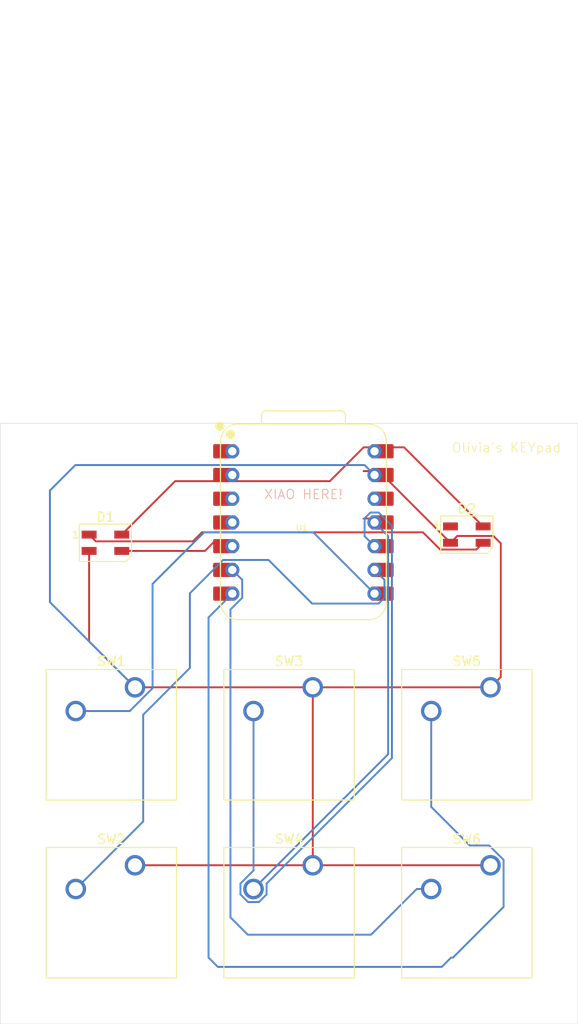
<source format=kicad_pcb>
(kicad_pcb (version 20241229) (generator "pcbnew") (generator_version "9.0")
  (layers (0 "F.Cu" signal) (2 "B.Cu" signal) (13 "F.Paste" user) (15 "B.Paste" user) (5 "F.SilkS" user "F.Silkscreen") (7 "B.SilkS" user "B.Silkscreen") (1 "F.Mask" user) (3 "B.Mask" user) (25 "Edge.Cuts" user))
  (net 0 "")
  (net 1 "Net-(D1-DOUT)")
  (net 2 "Net-(D1-DIN)")
  (net 3 "+5V")
  (net 4 "GND")
  (net 6 "Net-(U1-GPIO1{slash}RX)")
  (net 7 "Net-(U1-GPIO2{slash}SCK)")
  (net 8 "Net-(U1-GPIO4{slash}MISO)")
  (net 9 "Net-(U1-GPIO3{slash}MOSI)")
  (net 10 "Net-(U1-GPIO0{slash}TX)")
  (net 11 "Net-(U1-GPIO7{slash}SCL)")
  (footprint "LED_SMD:LED_SK6812MINI_PLCC4_3.5x3.5mm_P1.75mm" (layer "F.Cu") (at 77.95 36.59375)
    (property "Reference" "D1" (at 0 -2.75 0) (layer "F.SilkS"))
    (property "Value" "SK6812MINI")
    (fp_line (start -2.8 -2) (end -2.8 2) (stroke (width 0.12)) (layer "F.SilkS"))
    (fp_line (start -2.8 -2) (end 2.8 -2) (stroke (width 0.12)) (layer "F.SilkS"))
    (fp_line (start -2.8 2) (end 2.2 2) (stroke (width 0.12)) (layer "F.SilkS"))
    (fp_line (start 2.8 1.4) (end 2.2 2) (stroke (width 0.12)) (layer "F.SilkS"))
    (fp_line (start 2.8 1.4) (end 2.8 -2) (stroke (width 0.12)) (layer "F.SilkS"))
    (fp_text user "1" (at -3.2 -0.875 0) (layer "F.SilkS") (effects (font (size 0.8 0.8))))
    (pad "1" smd rect (at -1.75 -0.875) (size 1.6 0.85) (layers "F.Cu" "F.Mask" "F.Paste") (net 1 "Net-(D1-DOUT)"))
    (pad "2" smd rect (at -1.75 0.875) (size 1.6 0.85) (layers "F.Cu" "F.Mask" "F.Paste") (net 4 "GND"))
    (pad "3" smd rect (at 1.75 0.875) (size 1.6 0.85) (layers "F.Cu" "F.Mask" "F.Paste") (net 2 "Net-(D1-DIN)"))
    (pad "4" smd rect (at 1.75 -0.875) (size 1.6 0.85) (layers "F.Cu" "F.Mask" "F.Paste") (net 3 "+5V"))
  )
  (footprint "Button_Switch_Keyboard:SW_Cherry_MX_1.00u_PCB" (layer "F.Cu") (at 81.12125 71.12)
    (property "Reference" "SW2" (at -2.54 -2.794 0) (layer "F.SilkS"))
    (property "Value" "SW_Push")
    (fp_line (start -9.525 -1.905) (end 4.445 -1.905) (stroke (width 0.12)) (layer "F.SilkS"))
    (fp_line (start -9.525 12.065) (end -9.525 -1.905) (stroke (width 0.12)) (layer "F.SilkS"))
    (fp_line (start 4.445 -1.905) (end 4.445 12.065) (stroke (width 0.12)) (layer "F.SilkS"))
    (fp_line (start 4.445 12.065) (end -9.525 12.065) (stroke (width 0.12)) (layer "F.SilkS"))
    (pad "" np_thru_hole circle (at -7.62 5.08) (size 1.7 1.7) (drill 1.7) (layers "*.Cu" "*.Mask"))
    (pad "" np_thru_hole circle (at -2.54 5.08) (size 4 4) (drill 4) (layers "*.Cu" "*.Mask"))
    (pad "" np_thru_hole circle (at 2.54 5.08) (size 1.7 1.7) (drill 1.7) (layers "*.Cu" "*.Mask"))
    (pad "1" thru_hole circle (at 0 0) (size 2.2 2.2) (drill 1.5) (layers "*.Cu" "*.Mask") (net 4 "GND"))
    (pad "2" thru_hole circle (at -6.35 2.54) (size 2.2 2.2) (drill 1.5) (layers "*.Cu" "*.Mask") (net 7 "Net-(U1-GPIO2{slash}SCK)"))
  )
  (footprint "Button_Switch_Keyboard:SW_Cherry_MX_1.00u_PCB" (layer "F.Cu") (at 100.17125 71.12)
    (property "Reference" "SW4" (at -2.54 -2.794 0) (layer "F.SilkS"))
    (property "Value" "SW_Push")
    (fp_line (start -9.525 -1.905) (end 4.445 -1.905) (stroke (width 0.12)) (layer "F.SilkS"))
    (fp_line (start -9.525 12.065) (end -9.525 -1.905) (stroke (width 0.12)) (layer "F.SilkS"))
    (fp_line (start 4.445 -1.905) (end 4.445 12.065) (stroke (width 0.12)) (layer "F.SilkS"))
    (fp_line (start 4.445 12.065) (end -9.525 12.065) (stroke (width 0.12)) (layer "F.SilkS"))
    (pad "" np_thru_hole circle (at -7.62 5.08) (size 1.7 1.7) (drill 1.7) (layers "*.Cu" "*.Mask"))
    (pad "" np_thru_hole circle (at -2.54 5.08) (size 4 4) (drill 4) (layers "*.Cu" "*.Mask"))
    (pad "" np_thru_hole circle (at 2.54 5.08) (size 1.7 1.7) (drill 1.7) (layers "*.Cu" "*.Mask"))
    (pad "1" thru_hole circle (at 0 0) (size 2.2 2.2) (drill 1.5) (layers "*.Cu" "*.Mask") (net 4 "GND"))
    (pad "2" thru_hole circle (at -6.35 2.54) (size 2.2 2.2) (drill 1.5) (layers "*.Cu" "*.Mask") (net 9 "Net-(U1-GPIO3{slash}MOSI)"))
  )
  (footprint "OPL:XIAO-RP2040-DIP" (layer "F.Cu") (at 99.17 34.42)
    (property "Reference" "U1" (at -0.17 0.58 0) (layer "F.SilkS") (effects (font (size 0.635 0.635) (thickness 0.1016))))
    (property "Value" "XIAO-RP2040-DIP")
    (fp_line (start -8.89 8.509) (end -8.89 -8.636) (stroke (width 0.127)) (layer "F.SilkS"))
    (fp_line (start -6.985 10.414) (end 6.985 10.414) (stroke (width 0.127)) (layer "F.SilkS"))
    (fp_line (start -4.495 -10.541) (end -4.491272 -11.451272) (stroke (width 0.127)) (layer "F.SilkS"))
    (fp_line (start -3.991272 -11.951) (end 4.004 -11.951) (stroke (width 0.127)) (layer "F.SilkS"))
    (fp_line (start 4.504 -11.451) (end 4.504 -10.541) (stroke (width 0.127)) (layer "F.SilkS"))
    (fp_line (start 6.985 -10.541) (end -6.985 -10.541) (stroke (width 0.1)) (layer "F.SilkS"))
    (fp_line (start 6.985 -10.541) (end -6.985 -10.541) (stroke (width 0.127)) (layer "F.SilkS"))
    (fp_line (start 8.89 8.509) (end 8.89 -8.636) (stroke (width 0.127)) (layer "F.SilkS"))
    (fp_arc (start -8.89 -8.636) (mid -8.332038 -9.983038) (end -6.985 -10.541) (stroke (width 0.127)) (layer "F.SilkS"))
    (fp_arc (start -6.985 10.414) (mid -8.332038 9.856038) (end -8.89 8.509) (stroke (width 0.127)) (layer "F.SilkS"))
    (fp_arc (start -4.491272 -11.451272) (mid -4.344728 -11.80464) (end -3.991272 -11.951) (stroke (width 0.127)) (layer "F.SilkS"))
    (fp_arc (start 4.004 -11.951) (mid 4.357553 -11.804553) (end 4.504 -11.451) (stroke (width 0.127)) (layer "F.SilkS"))
    (fp_arc (start 6.985 -10.541) (mid 8.332038 -9.983038) (end 8.89 -8.636) (stroke (width 0.127)) (layer "F.SilkS"))
    (fp_arc (start 8.89 8.509) (mid 8.332038 9.856038) (end 6.985 10.414) (stroke (width 0.127)) (layer "F.SilkS"))
    (fp_circle (center -8.95 -10.3) (end -8.95 -10.554) (stroke (width 0.5)) (fill yes) (layer "F.SilkS"))
    (fp_circle (center -7.807 -9.42) (end -7.807 -9.674) (stroke (width 0.5)) (fill yes) (layer "F.SilkS"))
    (pad "1" smd roundrect (at -8.455 -7.62 180) (size 2.432 1.524) (layers "F.Cu" "F.Mask") (roundrect_rratio 0.1))
    (pad "1" thru_hole circle (at -7.62 -7.62 180) (size 1.524 1.524) (drill 0.889) (layers "*.Cu" "*.Mask"))
    (pad "2" smd roundrect (at -8.455 -5.08 180) (size 2.432 1.524) (layers "F.Cu" "F.Mask") (roundrect_rratio 0.1))
    (pad "2" thru_hole circle (at -7.62 -5.08 180) (size 1.524 1.524) (drill 0.889) (layers "*.Cu" "*.Mask"))
    (pad "3" smd roundrect (at -8.455 -2.54 180) (size 2.432 1.524) (layers "F.Cu" "F.Mask") (roundrect_rratio 0.1))
    (pad "3" thru_hole circle (at -7.62 -2.54 180) (size 1.524 1.524) (drill 0.889) (layers "*.Cu" "*.Mask"))
    (pad "4" smd roundrect (at -8.455 0 180) (size 2.432 1.524) (layers "F.Cu" "F.Mask") (roundrect_rratio 0.1))
    (pad "4" thru_hole circle (at -7.62 0 180) (size 1.524 1.524) (drill 0.889) (layers "*.Cu" "*.Mask"))
    (pad "5" smd roundrect (at -8.455 2.54 180) (size 2.432 1.524) (layers "F.Cu" "F.Mask") (roundrect_rratio 0.1) (net 2 "Net-(D1-DIN)"))
    (pad "5" thru_hole circle (at -7.62 2.54 180) (size 1.524 1.524) (drill 0.889) (layers "*.Cu" "*.Mask") (net 2 "Net-(D1-DIN)"))
    (pad "6" smd roundrect (at -8.455 5.08 180) (size 2.432 1.524) (layers "F.Cu" "F.Mask") (roundrect_rratio 0.1) (net 11 "Net-(U1-GPIO7{slash}SCL)"))
    (pad "6" thru_hole circle (at -7.62 5.08 180) (size 1.524 1.524) (drill 0.889) (layers "*.Cu" "*.Mask") (net 11 "Net-(U1-GPIO7{slash}SCL)"))
    (pad "7" smd roundrect (at -8.455 7.62 180) (size 2.432 1.524) (layers "F.Cu" "F.Mask") (roundrect_rratio 0.1) (net 10 "Net-(U1-GPIO0{slash}TX)"))
    (pad "7" thru_hole circle (at -7.62 7.62 180) (size 1.524 1.524) (drill 0.889) (layers "*.Cu" "*.Mask") (net 10 "Net-(U1-GPIO0{slash}TX)"))
    (pad "8" thru_hole circle (at 7.62 7.62) (size 1.524 1.524) (drill 0.889) (layers "*.Cu" "*.Mask") (net 6 "Net-(U1-GPIO1{slash}RX)"))
    (pad "8" smd roundrect (at 8.455 7.62) (size 2.432 1.524) (layers "F.Cu" "F.Mask") (roundrect_rratio 0.1) (net 6 "Net-(U1-GPIO1{slash}RX)"))
    (pad "9" thru_hole circle (at 7.62 5.08) (size 1.524 1.524) (drill 0.889) (layers "*.Cu" "*.Mask") (net 7 "Net-(U1-GPIO2{slash}SCK)"))
    (pad "9" smd roundrect (at 8.455 5.08) (size 2.432 1.524) (layers "F.Cu" "F.Mask") (roundrect_rratio 0.1) (net 7 "Net-(U1-GPIO2{slash}SCK)"))
    (pad "10" thru_hole circle (at 7.62 2.54) (size 1.524 1.524) (drill 0.889) (layers "*.Cu" "*.Mask") (net 8 "Net-(U1-GPIO4{slash}MISO)"))
    (pad "10" smd roundrect (at 8.455 2.54) (size 2.432 1.524) (layers "F.Cu" "F.Mask") (roundrect_rratio 0.1) (net 8 "Net-(U1-GPIO4{slash}MISO)"))
    (pad "11" thru_hole circle (at 7.62 0) (size 1.524 1.524) (drill 0.889) (layers "*.Cu" "*.Mask") (net 9 "Net-(U1-GPIO3{slash}MOSI)"))
    (pad "11" smd roundrect (at 8.455 0) (size 2.432 1.524) (layers "F.Cu" "F.Mask") (roundrect_rratio 0.1) (net 9 "Net-(U1-GPIO3{slash}MOSI)"))
    (pad "12" thru_hole circle (at 7.62 -2.54) (size 1.524 1.524) (drill 0.889) (layers "*.Cu" "*.Mask"))
    (pad "12" smd roundrect (at 8.455 -2.54) (size 2.432 1.524) (layers "F.Cu" "F.Mask") (roundrect_rratio 0.1))
    (pad "13" thru_hole circle (at 7.62 -5.08) (size 1.524 1.524) (drill 0.889) (layers "*.Cu" "*.Mask") (net 4 "GND"))
    (pad "13" smd roundrect (at 8.455 -5.08) (size 2.432 1.524) (layers "F.Cu" "F.Mask") (roundrect_rratio 0.1) (net 4 "GND"))
    (pad "14" thru_hole circle (at 7.62 -7.62) (size 1.524 1.524) (drill 0.889) (layers "*.Cu" "*.Mask") (net 3 "+5V"))
    (pad "14" smd roundrect (at 8.455 -7.62) (size 2.432 1.524) (layers "F.Cu" "F.Mask") (roundrect_rratio 0.1) (net 3 "+5V"))
  )
  (footprint "LED_SMD:LED_SK6812MINI_PLCC4_3.5x3.5mm_P1.75mm" (layer "F.Cu") (at 116.68125 35.71875)
    (property "Reference" "D2" (at 0 -2.75 0) (layer "F.SilkS"))
    (property "Value" "SK6812MINI")
    (fp_line (start -2.8 -2) (end -2.8 2) (stroke (width 0.12)) (layer "F.SilkS"))
    (fp_line (start -2.8 -2) (end 2.8 -2) (stroke (width 0.12)) (layer "F.SilkS"))
    (fp_line (start -2.8 2) (end 2.2 2) (stroke (width 0.12)) (layer "F.SilkS"))
    (fp_line (start 2.8 1.4) (end 2.2 2) (stroke (width 0.12)) (layer "F.SilkS"))
    (fp_line (start 2.8 1.4) (end 2.8 -2) (stroke (width 0.12)) (layer "F.SilkS"))
    (fp_text user "1" (at -3.2 -0.875 0) (layer "F.SilkS") (effects (font (size 0.8 0.8))))
    (pad "1" smd rect (at -1.75 -0.875) (size 1.6 0.85) (layers "F.Cu" "F.Mask" "F.Paste"))
    (pad "2" smd rect (at -1.75 0.875) (size 1.6 0.85) (layers "F.Cu" "F.Mask" "F.Paste") (net 4 "GND"))
    (pad "3" smd rect (at 1.75 0.875) (size 1.6 0.85) (layers "F.Cu" "F.Mask" "F.Paste") (net 1 "Net-(D1-DOUT)"))
    (pad "4" smd rect (at 1.75 -0.875) (size 1.6 0.85) (layers "F.Cu" "F.Mask" "F.Paste") (net 3 "+5V"))
  )
  (footprint "Button_Switch_Keyboard:SW_Cherry_MX_1.00u_PCB" (layer "F.Cu") (at 100.17125 52.07)
    (property "Reference" "SW3" (at -2.54 -2.794 0) (layer "F.SilkS"))
    (property "Value" "SW_Push")
    (fp_line (start -9.525 -1.905) (end 4.445 -1.905) (stroke (width 0.12)) (layer "F.SilkS"))
    (fp_line (start -9.525 12.065) (end -9.525 -1.905) (stroke (width 0.12)) (layer "F.SilkS"))
    (fp_line (start 4.445 -1.905) (end 4.445 12.065) (stroke (width 0.12)) (layer "F.SilkS"))
    (fp_line (start 4.445 12.065) (end -9.525 12.065) (stroke (width 0.12)) (layer "F.SilkS"))
    (pad "" np_thru_hole circle (at -7.62 5.08) (size 1.7 1.7) (drill 1.7) (layers "*.Cu" "*.Mask"))
    (pad "" np_thru_hole circle (at -2.54 5.08) (size 4 4) (drill 4) (layers "*.Cu" "*.Mask"))
    (pad "" np_thru_hole circle (at 2.54 5.08) (size 1.7 1.7) (drill 1.7) (layers "*.Cu" "*.Mask"))
    (pad "1" thru_hole circle (at 0 0) (size 2.2 2.2) (drill 1.5) (layers "*.Cu" "*.Mask") (net 4 "GND"))
    (pad "2" thru_hole circle (at -6.35 2.54) (size 2.2 2.2) (drill 1.5) (layers "*.Cu" "*.Mask") (net 8 "Net-(U1-GPIO4{slash}MISO)"))
  )
  (footprint "Button_Switch_Keyboard:SW_Cherry_MX_1.00u_PCB" (layer "F.Cu") (at 119.22125 52.07)
    (property "Reference" "SW5" (at -2.54 -2.794 0) (layer "F.SilkS"))
    (property "Value" "SW_Push")
    (fp_line (start -9.525 -1.905) (end 4.445 -1.905) (stroke (width 0.12)) (layer "F.SilkS"))
    (fp_line (start -9.525 12.065) (end -9.525 -1.905) (stroke (width 0.12)) (layer "F.SilkS"))
    (fp_line (start 4.445 -1.905) (end 4.445 12.065) (stroke (width 0.12)) (layer "F.SilkS"))
    (fp_line (start 4.445 12.065) (end -9.525 12.065) (stroke (width 0.12)) (layer "F.SilkS"))
    (pad "" np_thru_hole circle (at -7.62 5.08) (size 1.7 1.7) (drill 1.7) (layers "*.Cu" "*.Mask"))
    (pad "" np_thru_hole circle (at -2.54 5.08) (size 4 4) (drill 4) (layers "*.Cu" "*.Mask"))
    (pad "" np_thru_hole circle (at 2.54 5.08) (size 1.7 1.7) (drill 1.7) (layers "*.Cu" "*.Mask"))
    (pad "1" thru_hole circle (at 0 0) (size 2.2 2.2) (drill 1.5) (layers "*.Cu" "*.Mask") (net 4 "GND"))
    (pad "2" thru_hole circle (at -6.35 2.54) (size 2.2 2.2) (drill 1.5) (layers "*.Cu" "*.Mask") (net 10 "Net-(U1-GPIO0{slash}TX)"))
  )
  (footprint "Button_Switch_Keyboard:SW_Cherry_MX_1.00u_PCB" (layer "F.Cu") (at 119.22125 71.12)
    (property "Reference" "SW6" (at -2.54 -2.794 0) (layer "F.SilkS"))
    (property "Value" "SW_Push")
    (fp_line (start -9.525 -1.905) (end 4.445 -1.905) (stroke (width 0.12)) (layer "F.SilkS"))
    (fp_line (start -9.525 12.065) (end -9.525 -1.905) (stroke (width 0.12)) (layer "F.SilkS"))
    (fp_line (start 4.445 -1.905) (end 4.445 12.065) (stroke (width 0.12)) (layer "F.SilkS"))
    (fp_line (start 4.445 12.065) (end -9.525 12.065) (stroke (width 0.12)) (layer "F.SilkS"))
    (pad "" np_thru_hole circle (at -7.62 5.08) (size 1.7 1.7) (drill 1.7) (layers "*.Cu" "*.Mask"))
    (pad "" np_thru_hole circle (at -2.54 5.08) (size 4 4) (drill 4) (layers "*.Cu" "*.Mask"))
    (pad "" np_thru_hole circle (at 2.54 5.08) (size 1.7 1.7) (drill 1.7) (layers "*.Cu" "*.Mask"))
    (pad "1" thru_hole circle (at 0 0) (size 2.2 2.2) (drill 1.5) (layers "*.Cu" "*.Mask") (net 4 "GND"))
    (pad "2" thru_hole circle (at -6.35 2.54) (size 2.2 2.2) (drill 1.5) (layers "*.Cu" "*.Mask") (net 11 "Net-(U1-GPIO7{slash}SCL)"))
  )
  (footprint "Button_Switch_Keyboard:SW_Cherry_MX_1.00u_PCB" (layer "F.Cu") (at 81.12125 52.07)
    (property "Reference" "SW1" (at -2.54 -2.794 0) (layer "F.SilkS"))
    (property "Value" "SW_Push")
    (fp_line (start -9.525 -1.905) (end 4.445 -1.905) (stroke (width 0.12)) (layer "F.SilkS"))
    (fp_line (start -9.525 12.065) (end -9.525 -1.905) (stroke (width 0.12)) (layer "F.SilkS"))
    (fp_line (start 4.445 -1.905) (end 4.445 12.065) (stroke (width 0.12)) (layer "F.SilkS"))
    (fp_line (start 4.445 12.065) (end -9.525 12.065) (stroke (width 0.12)) (layer "F.SilkS"))
    (pad "" np_thru_hole circle (at -7.62 5.08) (size 1.7 1.7) (drill 1.7) (layers "*.Cu" "*.Mask"))
    (pad "" np_thru_hole circle (at -2.54 5.08) (size 4 4) (drill 4) (layers "*.Cu" "*.Mask"))
    (pad "" np_thru_hole circle (at 2.54 5.08) (size 1.7 1.7) (drill 1.7) (layers "*.Cu" "*.Mask"))
    (pad "1" thru_hole circle (at 0 0) (size 2.2 2.2) (drill 1.5) (layers "*.Cu" "*.Mask") (net 4 "GND"))
    (pad "2" thru_hole circle (at -6.35 2.54) (size 2.2 2.2) (drill 1.5) (layers "*.Cu" "*.Mask") (net 6 "Net-(U1-GPIO1{slash}RX)"))
  )
  (gr_rect (start 66.675 23.8125) (end 128.5875 88.10625) (stroke (width 0.05)) (fill no) (layer "Edge.Cuts"))
  (gr_text "Olivia's KEYpad" (at 115 27 0) (layer "F.SilkS") (effects (font (size 1 1) (thickness 0.1)) (justify left bottom)))
  (gr_text "XIAO HERE!" (at 99.17 32 0) (layer "B.SilkS") (effects (font (size 1 1) (thickness 0.1)) (justify bottom)))
  (segment (start 76.2 35.71875) (end 76.926 36.44475) (width 0.2) (layer "F.Cu") (net 1))
  (segment (start 87.321624 36.44475) (end 88.289374 35.477) (width 0.2) (layer "F.Cu") (net 1))
  (segment (start 88.289374 35.477) (end 111.9875 35.477) (width 0.2) (layer "F.Cu") (net 1))
  (segment (start 117.70525 37.31975) (end 118.43125 36.59375) (width 0.2) (layer "F.Cu") (net 1))
  (segment (start 113.83025 37.31975) (end 117.70525 37.31975) (width 0.2) (layer "F.Cu") (net 1))
  (segment (start 76 35.91875) (end 76 36) (width 0.2) (layer "F.Cu") (net 1))
  (segment (start 111.9875 35.477) (end 113.83025 37.31975) (width 0.2) (layer "F.Cu") (net 1))
  (segment (start 76.926 36.44475) (end 87.321624 36.44475) (width 0.2) (layer "F.Cu") (net 1))
  (segment (start 88.61625 37.46875) (end 89.545 36.54) (width 0.2) (layer "F.Cu") (net 2))
  (segment (start 79.7 37.46875) (end 88.61625 37.46875) (width 0.2) (layer "F.Cu") (net 2))
  (segment (start 109.9675 26.38) (end 105.62 26.38) (width 0.2) (layer "F.Cu") (net 3))
  (segment (start 79.7 35.71875) (end 85.41875 30) (width 0.2) (layer "F.Cu") (net 3))
  (segment (start 102 30) (end 105.62 26.38) (width 0.2) (layer "F.Cu") (net 3))
  (segment (start 85.41875 30) (end 102 30) (width 0.2) (layer "F.Cu") (net 3))
  (segment (start 118.43125 34.84375) (end 109.9675 26.38) (width 0.2) (layer "F.Cu") (net 3))
  (segment (start 100.17125 71.12) (end 81.12125 71.12) (width 0.2) (layer "F.Cu") (net 4))
  (segment (start 120.321249 36.656749) (end 120.321249 50.970001) (width 0.2) (layer "F.Cu") (net 4))
  (segment (start 76.2 47.14875) (end 81.12125 52.07) (width 0.2) (layer "F.Cu") (net 4))
  (segment (start 100.17125 52.07) (end 100.17125 71.12) (width 0.2) (layer "F.Cu") (net 4))
  (segment (start 120.321249 50.970001) (end 119.22125 52.07) (width 0.2) (layer "F.Cu") (net 4))
  (segment (start 107.2575 28.92) (end 105.62 28.92) (width 0.2) (layer "F.Cu") (net 4))
  (segment (start 100.17125 71.12) (end 119.22125 71.12) (width 0.2) (layer "F.Cu") (net 4))
  (segment (start 81.12125 52.07) (end 100.17125 52.07) (width 0.2) (layer "F.Cu") (net 4))
  (segment (start 119.53225 35.86775) (end 120.321249 36.656749) (width 0.2) (layer "F.Cu") (net 4))
  (segment (start 114.93125 36.59375) (end 107.2575 28.92) (width 0.2) (layer "F.Cu") (net 4))
  (segment (start 115.65725 35.86775) (end 119.53225 35.86775) (width 0.2) (layer "F.Cu") (net 4))
  (segment (start 114.93125 36.59375) (end 115.65725 35.86775) (width 0.2) (layer "F.Cu") (net 4))
  (segment (start 119 71.34125) (end 119.22125 71.12) (width 0.2) (layer "F.Cu") (net 4))
  (segment (start 119 71.34125) (end 119 72) (width 0.2) (layer "F.Cu") (net 4))
  (segment (start 76.2 37.46875) (end 76.2 47.14875) (width 0.2) (layer "F.Cu") (net 4))
  (segment (start 100.17125 52.07) (end 119.22125 52.07) (width 0.2) (layer "F.Cu") (net 4))
  (segment (start 74.723 28.277) (end 105.727 28.277) (width 0.2) (layer "B.Cu") (net 4))
  (segment (start 81.12125 52.07) (end 72 42.94875) (width 0.2) (layer "B.Cu") (net 4))
  (segment (start 72 42.94875) (end 72 31) (width 0.2) (layer "B.Cu") (net 4))
  (segment (start 105.727 28.277) (end 106.79 29.34) (width 0.2) (layer "B.Cu") (net 4))
  (segment (start 72 31) (end 74.723 28.277) (width 0.2) (layer "B.Cu") (net 4))
  (segment (start 75 55) (end 74.77125 54.77125) (width 0.2) (layer "F.Cu") (net 6))
  (segment (start 74.77125 54.77125) (end 74.77125 54.61) (width 0.2) (layer "F.Cu") (net 6))
  (segment (start 80.562564 54.61) (end 83 52.172564) (width 0.2) (layer "B.Cu") (net 6))
  (segment (start 83 52.172564) (end 83 41) (width 0.2) (layer "B.Cu") (net 6))
  (segment (start 74.77125 54.61) (end 80.562564 54.61) (width 0.2) (layer "B.Cu") (net 6))
  (segment (start 100.233 35.483) (end 106.79 42.04) (width 0.2) (layer "B.Cu") (net 6))
  (segment (start 88.517 35.483) (end 100.233 35.483) (width 0.2) (layer "B.Cu") (net 6))
  (segment (start 83 41) (end 88.517 35.483) (width 0.2) (layer "B.Cu") (net 6))
  (segment (start 107.853 42.48031) (end 107.853 40.563) (width 0.2) (layer "B.Cu") (net 7))
  (segment (start 90.563 38.437) (end 95.437 38.437) (width 0.2) (layer "B.Cu") (net 7))
  (segment (start 107.23031 43.103) (end 107.853 42.48031) (width 0.2) (layer "B.Cu") (net 7))
  (segment (start 100.103 43.103) (end 107.23031 43.103) (width 0.2) (layer "B.Cu") (net 7))
  (segment (start 87 42) (end 90.563 38.437) (width 0.2) (layer "B.Cu") (net 7))
  (segment (start 95.437 38.437) (end 100.103 43.103) (width 0.2) (layer "B.Cu") (net 7))
  (segment (start 82 55) (end 87 50) (width 0.2) (layer "B.Cu") (net 7))
  (segment (start 74.77125 73.66) (end 82 66.43125) (width 0.2) (layer "B.Cu") (net 7))
  (segment (start 87 50) (end 87 42) (width 0.2) (layer "B.Cu") (net 7))
  (segment (start 107.853 40.563) (end 106.79 39.5) (width 0.2) (layer "B.Cu") (net 7))
  (segment (start 82 66.43125) (end 82 55) (width 0.2) (layer "B.Cu") (net 7))
  (segment (start 108.655 59.646936) (end 95.22225 73.079686) (width 0.2) (layer "B.Cu") (net 8))
  (segment (start 95.22225 74.240314) (end 94.401564 75.061) (width 0.2) (layer "B.Cu") (net 8))
  (segment (start 105.727 35.897) (end 105.727 33.97969) (width 0.2) (layer "B.Cu") (net 8))
  (segment (start 107.23031 33.357) (end 108.655 34.78169) (width 0.2) (layer "B.Cu") (net 8))
  (segment (start 92.42025 74.240314) (end 92.42025 73.079686) (width 0.2) (layer "B.Cu") (net 8))
  (segment (start 95.22225 73.079686) (end 95.22225 74.240314) (width 0.2) (layer "B.Cu") (net 8))
  (segment (start 105.727 33.97969) (end 106.34969 33.357) (width 0.2) (layer "B.Cu") (net 8))
  (segment (start 106.34969 33.357) (end 107.23031 33.357) (width 0.2) (layer "B.Cu") (net 8))
  (segment (start 93.82125 71.678686) (end 93.82125 54.61) (width 0.2) (layer "B.Cu") (net 8))
  (segment (start 108.655 34.78169) (end 108.655 59.646936) (width 0.2) (layer "B.Cu") (net 8))
  (segment (start 106.79 36.96) (end 105.727 35.897) (width 0.2) (layer "B.Cu") (net 8))
  (segment (start 93.240936 75.061) (end 92.42025 74.240314) (width 0.2) (layer "B.Cu") (net 8))
  (segment (start 92.42025 73.079686) (end 93.82125 71.678686) (width 0.2) (layer "B.Cu") (net 8))
  (segment (start 94.401564 75.061) (end 93.240936 75.061) (width 0.2) (layer "B.Cu") (net 8))
  (segment (start 105.62 34) (end 106.455 34) (width 0.2) (layer "F.Cu") (net 9))
  (segment (start 108.254 59.22725) (end 93.82125 73.66) (width 0.2) (layer "B.Cu") (net 9))
  (segment (start 108.254 35.884) (end 108.254 59.22725) (width 0.2) (layer "B.Cu") (net 9))
  (segment (start 106.79 34.42) (end 108.254 35.884) (width 0.2) (layer "B.Cu") (net 9))
  (segment (start 91.55 42.04) (end 89 44.59) (width 0.2) (layer "B.Cu") (net 10))
  (segment (start 117 69) (end 112.87125 64.87125) (width 0.2) (layer "B.Cu") (net 10))
  (segment (start 90 82) (end 114 82) (width 0.2) (layer "B.Cu") (net 10))
  (segment (start 120.62225 70.539686) (end 119.082564 69) (width 0.2) (layer "B.Cu") (net 10))
  (segment (start 89 81) (end 90 82) (width 0.2) (layer "B.Cu") (net 10))
  (segment (start 89 44.59) (end 89 81) (width 0.2) (layer "B.Cu") (net 10))
  (segment (start 120.62225 75.583816) (end 120.62225 70.539686) (width 0.2) (layer "B.Cu") (net 10))
  (segment (start 114 82) (end 115 81) (width 0.2) (layer "B.Cu") (net 10))
  (segment (start 112.87125 64.87125) (end 112.87125 54.61) (width 0.2) (layer "B.Cu") (net 10))
  (segment (start 115 81) (end 115.206066 81) (width 0.2) (layer "B.Cu") (net 10))
  (segment (start 115.206066 81) (end 120.62225 75.583816) (width 0.2) (layer "B.Cu") (net 10))
  (segment (start 119.082564 69) (end 117 69) (width 0.2) (layer "B.Cu") (net 10))
  (segment (start 90.38 39.08) (end 89.545 39.08) (width 0.2) (layer "F.Cu") (net 11))
  (segment (start 91.35025 43.74306) (end 91.35025 76.69747) (width 0.2) (layer "B.Cu") (net 11))
  (segment (start 92.613 42.48031) (end 91.35025 43.74306) (width 0.2) (layer "B.Cu") (net 11))
  (segment (start 91.35025 76.69747) (end 93.20378 78.551) (width 0.2) (layer "B.Cu") (net 11))
  (segment (start 111.315616 73.66) (end 112.87125 73.66) (width 0.2) (layer "B.Cu") (net 11))
  (segment (start 92.613 40.563) (end 92.613 42.48031) (width 0.2) (layer "B.Cu") (net 11))
  (segment (start 91.55 39.5) (end 92.613 40.563) (width 0.2) (layer "B.Cu") (net 11))
  (segment (start 106.424616 78.551) (end 111.315616 73.66) (width 0.2) (layer "B.Cu") (net 11))
  (segment (start 93.20378 78.551) (end 106.424616 78.551) (width 0.2) (layer "B.Cu") (net 11))
)
</source>
